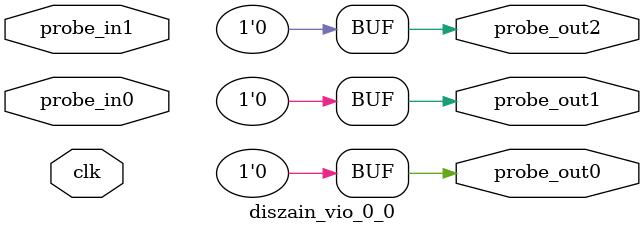
<source format=v>
`timescale 1ns / 1ps
module diszain_vio_0_0 (
clk,
probe_in0,probe_in1,
probe_out0,
probe_out1,
probe_out2
);

input clk;
input [0 : 0] probe_in0;
input [0 : 0] probe_in1;

output reg [0 : 0] probe_out0 = 'h0 ;
output reg [0 : 0] probe_out1 = 'h0 ;
output reg [0 : 0] probe_out2 = 'h0 ;


endmodule

</source>
